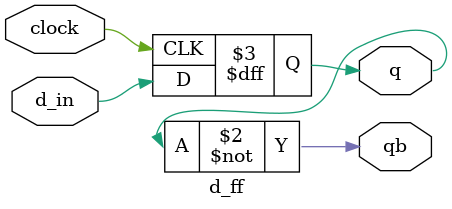
<source format=v>
module d_ff(clock,d_in,q,qb);
input d_in,clock;
output reg q;
output qb;

always@(posedge clock)
begin
q <= d_in;
end
assign qb = ~q;
endmodule

</source>
